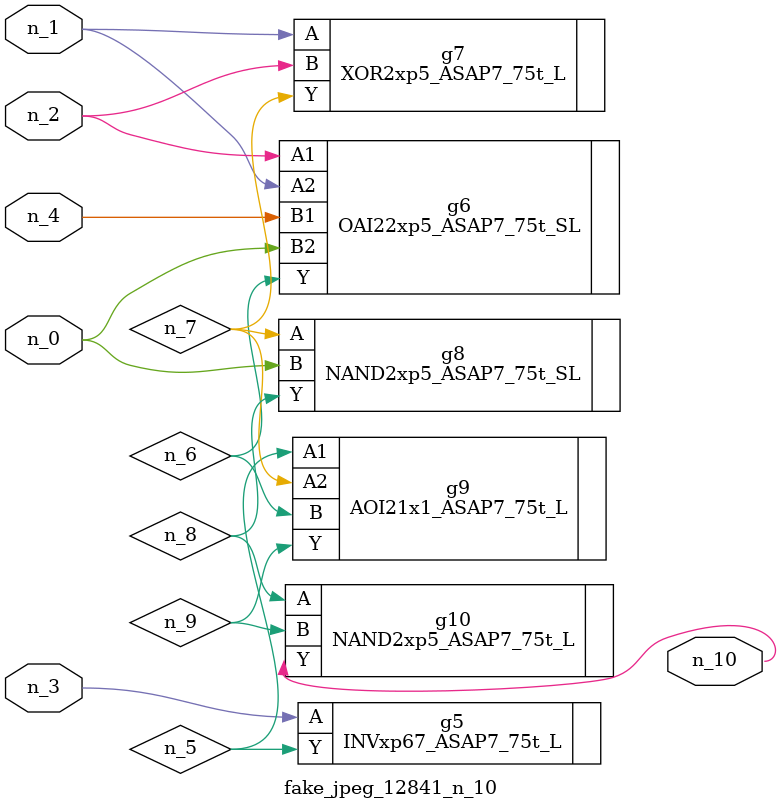
<source format=v>
module fake_jpeg_12841_n_10 (n_3, n_2, n_1, n_0, n_4, n_10);

input n_3;
input n_2;
input n_1;
input n_0;
input n_4;

output n_10;

wire n_8;
wire n_9;
wire n_6;
wire n_5;
wire n_7;

INVxp67_ASAP7_75t_L g5 ( 
.A(n_3),
.Y(n_5)
);

OAI22xp5_ASAP7_75t_SL g6 ( 
.A1(n_2),
.A2(n_1),
.B1(n_4),
.B2(n_0),
.Y(n_6)
);

XOR2xp5_ASAP7_75t_L g7 ( 
.A(n_1),
.B(n_2),
.Y(n_7)
);

NAND2xp5_ASAP7_75t_SL g8 ( 
.A(n_7),
.B(n_0),
.Y(n_8)
);

NAND2xp5_ASAP7_75t_L g10 ( 
.A(n_8),
.B(n_9),
.Y(n_10)
);

AOI21x1_ASAP7_75t_L g9 ( 
.A1(n_5),
.A2(n_7),
.B(n_6),
.Y(n_9)
);


endmodule
</source>
